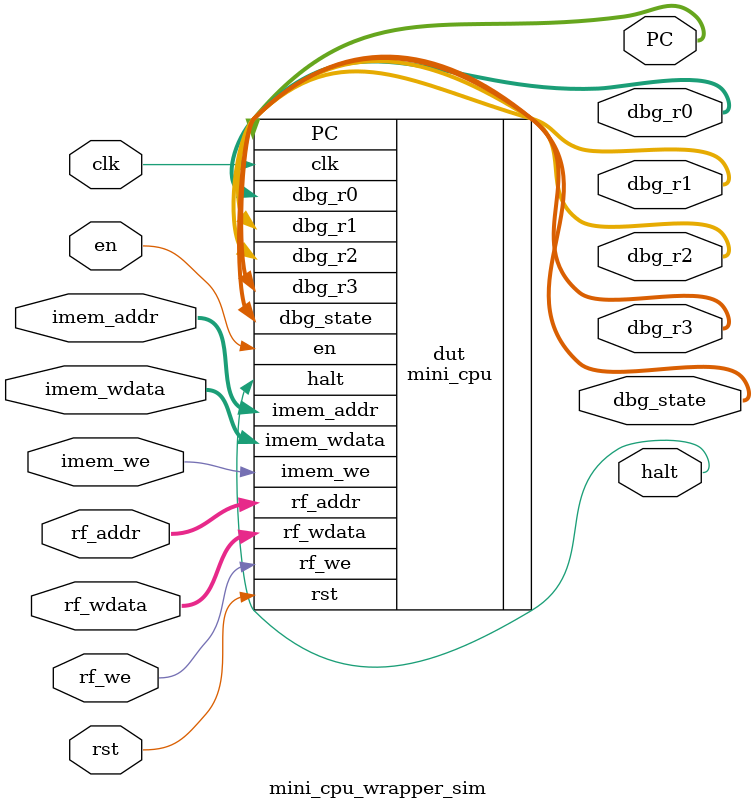
<source format=v>
`timescale 1ns / 1ps

module mini_cpu_wrapper_sim(

    input wire clk,
    input wire rst,
    input wire en,
    
    //IMEM init ports
    input wire        imem_we,
    input wire [7:0]  imem_addr,
    input wire [15:0] imem_wdata,
    
    //Regfile init port
    input wire 		  rf_we,
	  input wire [1:0]  rf_addr,
	  input wire [7:0]  rf_wdata,
	
	  //Outputs
    output wire [7:0] PC,
	  output wire       halt,
	  output wire [7:0] dbg_r0, 
	  output wire [7:0] dbg_r1, 
	  output wire [7:0] dbg_r2, 
	  output wire [7:0] dbg_r3,
	  output wire [2:0] dbg_state
    );

mini_cpu dut (
        .clk(clk),
			  .rst(rst),
			  .en(en),
			  
			  .PC(PC),
			  .halt(halt),
			  
			  .dbg_r0(dbg_r0),
			  .dbg_r1(dbg_r1),
			  .dbg_r2(dbg_r2),
  			.dbg_r3(dbg_r3),
			  .dbg_state(dbg_state),
              
        .imem_we(imem_we),
        .imem_addr(imem_addr),
        .imem_wdata(imem_wdata),
              
        .rf_we(rf_we),
			  .rf_addr(rf_addr),
        .rf_wdata(rf_wdata)     
			  );

endmodule

</source>
